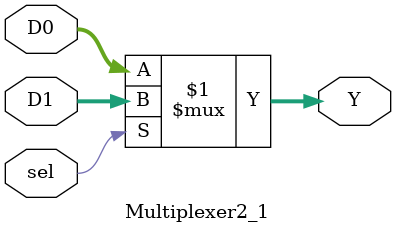
<source format=v>
`timescale 1ns / 1ps


module Multiplexer2_1(
    input [31:0] D1, D0,
    input sel,
    output [31:0] Y
);
    assign Y = sel ? D1 : D0;
endmodule

</source>
